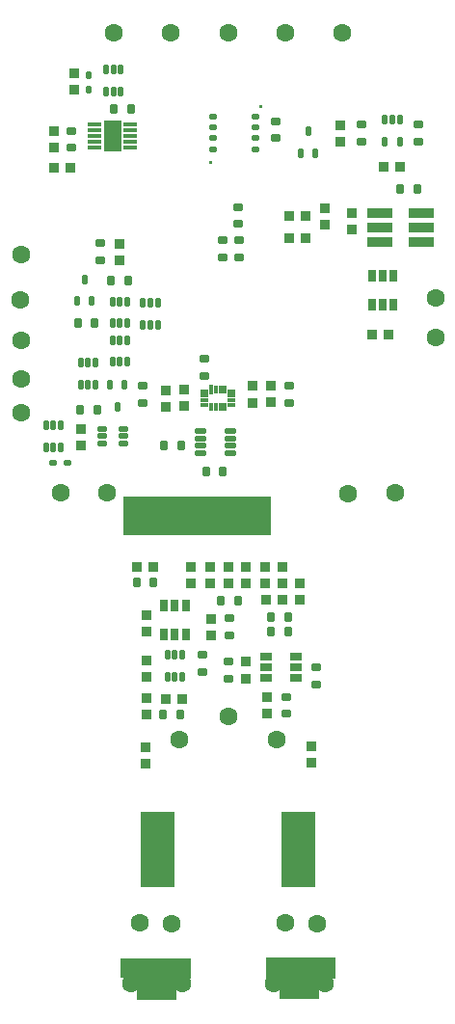
<source format=gbs>
G04 Layer_Color=16711935*
%FSTAX43Y43*%
%MOMM*%
G71*
G01*
G75*
G04:AMPARAMS|DCode=50|XSize=0.85mm|YSize=0.7mm|CornerRadius=0.2mm|HoleSize=0mm|Usage=FLASHONLY|Rotation=90.000|XOffset=0mm|YOffset=0mm|HoleType=Round|Shape=RoundedRectangle|*
%AMROUNDEDRECTD50*
21,1,0.850,0.300,0,0,90.0*
21,1,0.450,0.700,0,0,90.0*
1,1,0.400,0.150,0.225*
1,1,0.400,0.150,-0.225*
1,1,0.400,-0.150,-0.225*
1,1,0.400,-0.150,0.225*
%
%ADD50ROUNDEDRECTD50*%
%ADD52R,0.900X0.950*%
%ADD53R,0.950X0.900*%
G04:AMPARAMS|DCode=54|XSize=0.5mm|YSize=0.85mm|CornerRadius=0.15mm|HoleSize=0mm|Usage=FLASHONLY|Rotation=270.000|XOffset=0mm|YOffset=0mm|HoleType=Round|Shape=RoundedRectangle|*
%AMROUNDEDRECTD54*
21,1,0.500,0.550,0,0,270.0*
21,1,0.200,0.850,0,0,270.0*
1,1,0.300,-0.275,-0.100*
1,1,0.300,-0.275,0.100*
1,1,0.300,0.275,0.100*
1,1,0.300,0.275,-0.100*
%
%ADD54ROUNDEDRECTD54*%
G04:AMPARAMS|DCode=55|XSize=0.5mm|YSize=0.85mm|CornerRadius=0.15mm|HoleSize=0mm|Usage=FLASHONLY|Rotation=180.000|XOffset=0mm|YOffset=0mm|HoleType=Round|Shape=RoundedRectangle|*
%AMROUNDEDRECTD55*
21,1,0.500,0.550,0,0,180.0*
21,1,0.200,0.850,0,0,180.0*
1,1,0.300,-0.100,0.275*
1,1,0.300,0.100,0.275*
1,1,0.300,0.100,-0.275*
1,1,0.300,-0.100,-0.275*
%
%ADD55ROUNDEDRECTD55*%
G04:AMPARAMS|DCode=56|XSize=0.85mm|YSize=0.7mm|CornerRadius=0.2mm|HoleSize=0mm|Usage=FLASHONLY|Rotation=0.000|XOffset=0mm|YOffset=0mm|HoleType=Round|Shape=RoundedRectangle|*
%AMROUNDEDRECTD56*
21,1,0.850,0.300,0,0,0.0*
21,1,0.450,0.700,0,0,0.0*
1,1,0.400,0.225,-0.150*
1,1,0.400,-0.225,-0.150*
1,1,0.400,-0.225,0.150*
1,1,0.400,0.225,0.150*
%
%ADD56ROUNDEDRECTD56*%
G04:AMPARAMS|DCode=59|XSize=0.7mm|YSize=1.1mm|CornerRadius=0.2mm|HoleSize=0mm|Usage=FLASHONLY|Rotation=180.000|XOffset=0mm|YOffset=0mm|HoleType=Round|Shape=RoundedRectangle|*
%AMROUNDEDRECTD59*
21,1,0.700,0.700,0,0,180.0*
21,1,0.300,1.100,0,0,180.0*
1,1,0.400,-0.150,0.350*
1,1,0.400,0.150,0.350*
1,1,0.400,0.150,-0.350*
1,1,0.400,-0.150,-0.350*
%
%ADD59ROUNDEDRECTD59*%
%ADD71C,1.600*%
%ADD72R,2.250X0.900*%
G04:AMPARAMS|DCode=73|XSize=0.7mm|YSize=0.55mm|CornerRadius=0.163mm|HoleSize=0mm|Usage=FLASHONLY|Rotation=0.000|XOffset=0mm|YOffset=0mm|HoleType=Round|Shape=RoundedRectangle|*
%AMROUNDEDRECTD73*
21,1,0.700,0.225,0,0,0.0*
21,1,0.375,0.550,0,0,0.0*
1,1,0.325,0.188,-0.113*
1,1,0.325,-0.188,-0.113*
1,1,0.325,-0.188,0.113*
1,1,0.325,0.188,0.113*
%
%ADD73ROUNDEDRECTD73*%
G04:AMPARAMS|DCode=74|XSize=0.55mm|YSize=0.7mm|CornerRadius=0.163mm|HoleSize=0mm|Usage=FLASHONLY|Rotation=270.000|XOffset=0mm|YOffset=0mm|HoleType=Round|Shape=RoundedRectangle|*
%AMROUNDEDRECTD74*
21,1,0.550,0.375,0,0,270.0*
21,1,0.225,0.700,0,0,270.0*
1,1,0.325,-0.188,-0.113*
1,1,0.325,-0.188,0.113*
1,1,0.325,0.188,0.113*
1,1,0.325,0.188,-0.113*
%
%ADD74ROUNDEDRECTD74*%
%ADD75R,0.300X0.750*%
%ADD76R,0.300X0.850*%
%ADD77R,0.750X0.300*%
G04:AMPARAMS|DCode=78|XSize=0.5mm|YSize=1.1mm|CornerRadius=0.15mm|HoleSize=0mm|Usage=FLASHONLY|Rotation=270.000|XOffset=0mm|YOffset=0mm|HoleType=Round|Shape=RoundedRectangle|*
%AMROUNDEDRECTD78*
21,1,0.500,0.800,0,0,270.0*
21,1,0.200,1.100,0,0,270.0*
1,1,0.300,-0.400,-0.100*
1,1,0.300,-0.400,0.100*
1,1,0.300,0.400,0.100*
1,1,0.300,0.400,-0.100*
%
%ADD78ROUNDEDRECTD78*%
G04:AMPARAMS|DCode=79|XSize=0.7mm|YSize=1.1mm|CornerRadius=0.2mm|HoleSize=0mm|Usage=FLASHONLY|Rotation=90.000|XOffset=0mm|YOffset=0mm|HoleType=Round|Shape=RoundedRectangle|*
%AMROUNDEDRECTD79*
21,1,0.700,0.700,0,0,90.0*
21,1,0.300,1.100,0,0,90.0*
1,1,0.400,0.350,0.150*
1,1,0.400,0.350,-0.150*
1,1,0.400,-0.350,-0.150*
1,1,0.400,-0.350,0.150*
%
%ADD79ROUNDEDRECTD79*%
%ADD80R,1.150X0.350*%
%ADD81R,1.600X2.700*%
G04:AMPARAMS|DCode=82|XSize=0.55mm|YSize=0.7mm|CornerRadius=0.163mm|HoleSize=0mm|Usage=FLASHONLY|Rotation=180.000|XOffset=0mm|YOffset=0mm|HoleType=Round|Shape=RoundedRectangle|*
%AMROUNDEDRECTD82*
21,1,0.550,0.375,0,0,180.0*
21,1,0.225,0.700,0,0,180.0*
1,1,0.325,-0.113,0.188*
1,1,0.325,0.113,0.188*
1,1,0.325,0.113,-0.188*
1,1,0.325,-0.113,-0.188*
%
%ADD82ROUNDEDRECTD82*%
G36*
X0099987Y0130294D02*
X0099737D01*
Y0130544D01*
X0099987D01*
Y0130294D01*
D02*
G37*
G36*
X0095587Y0125394D02*
X0095337D01*
Y0125644D01*
X0095587D01*
Y0125394D01*
D02*
G37*
G36*
X0100687Y0096169D02*
X0100687Y0092844D01*
X0087737Y0092844D01*
Y0096169D01*
X0100687Y0096169D01*
D02*
G37*
G36*
X0104637Y0068455D02*
X0104637Y0063194D01*
Y0061894D01*
X0101687D01*
Y0068494D01*
X0104662D01*
X0104637Y0068455D01*
D02*
G37*
G36*
X0092262Y0061894D02*
X0089262D01*
Y0068494D01*
X0092262D01*
Y0061894D01*
D02*
G37*
G36*
X0106437Y0053894D02*
X0104937D01*
Y0052119D01*
X0101487D01*
Y0053944D01*
X0100287D01*
Y0055694D01*
X0106437D01*
Y0053894D01*
D02*
G37*
G36*
X0093687D02*
X0092462Y0053894D01*
Y0052019D01*
X0088987D01*
Y0053919D01*
X0087512D01*
Y0055669D01*
X0093687D01*
Y0053894D01*
D02*
G37*
D50*
X0112062Y0123194D02*
D03*
X0113562D02*
D03*
X0088187Y0115144D02*
D03*
X0086687D02*
D03*
X0083987Y0103844D02*
D03*
X0085487D02*
D03*
X0085262Y0111394D02*
D03*
X0083762D02*
D03*
X0091312Y0100644D02*
D03*
X0092812D02*
D03*
X0096512Y0098369D02*
D03*
X0095012D02*
D03*
X0100762Y0085644D02*
D03*
X0102262D02*
D03*
X0100762Y0084319D02*
D03*
X0102262D02*
D03*
X0097812Y0087044D02*
D03*
X0096312D02*
D03*
X0091262Y0077019D02*
D03*
X0092762D02*
D03*
X0088937Y0088619D02*
D03*
X0090437D02*
D03*
X0088412Y0130244D02*
D03*
X0086912D02*
D03*
D52*
X0107862Y0121069D02*
D03*
Y0119619D02*
D03*
X0105462Y0120094D02*
D03*
Y0121544D02*
D03*
X0106787Y0127369D02*
D03*
Y0128819D02*
D03*
X0087462Y0116919D02*
D03*
Y0118369D02*
D03*
X0084037Y0100694D02*
D03*
Y0102144D02*
D03*
X0093137Y0104119D02*
D03*
Y0105569D02*
D03*
X0091512Y0104094D02*
D03*
Y0105544D02*
D03*
X0099087Y0104444D02*
D03*
Y0105894D02*
D03*
X0100737Y0105944D02*
D03*
Y0104494D02*
D03*
X0104312Y0072794D02*
D03*
Y0074244D02*
D03*
X0089737Y0072719D02*
D03*
Y0074169D02*
D03*
X0103262Y0087144D02*
D03*
Y0088594D02*
D03*
X0098512Y0080219D02*
D03*
Y0081669D02*
D03*
X0100237Y0090044D02*
D03*
Y0088594D02*
D03*
X0101762D02*
D03*
Y0090044D02*
D03*
X0100362Y0078569D02*
D03*
Y0077119D02*
D03*
X0095487Y0085469D02*
D03*
Y0084019D02*
D03*
X0089762Y0085744D02*
D03*
Y0084294D02*
D03*
Y0078469D02*
D03*
Y0077019D02*
D03*
X0095362Y0090044D02*
D03*
Y0088594D02*
D03*
X0096962Y0090044D02*
D03*
Y0088594D02*
D03*
X0089762Y0081819D02*
D03*
Y0080369D02*
D03*
X0093737Y0088594D02*
D03*
Y0090044D02*
D03*
X0098562Y0088594D02*
D03*
Y0090044D02*
D03*
X0083412Y0133344D02*
D03*
Y0131894D02*
D03*
X0081637Y0126844D02*
D03*
Y0128294D02*
D03*
D53*
X0111037Y0110394D02*
D03*
X0109587D02*
D03*
X0112062Y0125119D02*
D03*
X0110612D02*
D03*
X0103812Y0120819D02*
D03*
X0102362D02*
D03*
X0103762Y0118869D02*
D03*
X0102312D02*
D03*
X0101737Y0087144D02*
D03*
X0100287D02*
D03*
X0091487Y0078444D02*
D03*
X0092937D02*
D03*
X0088987Y0090044D02*
D03*
X0090437D02*
D03*
X0083087Y0125019D02*
D03*
X0081637D02*
D03*
D54*
X0087787Y0102144D02*
D03*
Y0101494D02*
D03*
Y0100844D02*
D03*
X0085887D02*
D03*
Y0101494D02*
D03*
Y0102144D02*
D03*
D55*
X0104637Y0126369D02*
D03*
X0103337D02*
D03*
X0103987Y0128269D02*
D03*
X0110737Y0129269D02*
D03*
X0111387D02*
D03*
X0112037D02*
D03*
Y0127369D02*
D03*
X0110737D02*
D03*
X0090787Y0111269D02*
D03*
X0090137D02*
D03*
X0089487D02*
D03*
Y0113169D02*
D03*
X0090137D02*
D03*
X0090787D02*
D03*
X0088112Y0111419D02*
D03*
X0087462D02*
D03*
X0086812D02*
D03*
Y0113319D02*
D03*
X0087462D02*
D03*
X0088112D02*
D03*
X0084012Y0107919D02*
D03*
X0084662D02*
D03*
X0085312D02*
D03*
Y0106019D02*
D03*
X0084662D02*
D03*
X0084012D02*
D03*
X0086587Y0105969D02*
D03*
X0087887D02*
D03*
X0087237Y0104069D02*
D03*
X0085012Y0113344D02*
D03*
X0083712D02*
D03*
X0084362Y0115244D02*
D03*
X0086812Y0109919D02*
D03*
X0087462D02*
D03*
X0088112D02*
D03*
Y0108019D02*
D03*
X0087462D02*
D03*
X0086812D02*
D03*
X0082262Y0100544D02*
D03*
X0081612D02*
D03*
X0080962D02*
D03*
Y0102444D02*
D03*
X0081612D02*
D03*
X0082262D02*
D03*
X0092937Y0082269D02*
D03*
X0092287D02*
D03*
X0091637D02*
D03*
Y0080369D02*
D03*
X0092287D02*
D03*
X0092937D02*
D03*
X0087537Y0131769D02*
D03*
X0086887D02*
D03*
X0086237D02*
D03*
Y0133669D02*
D03*
X0086887D02*
D03*
X0087537D02*
D03*
D56*
X0101187Y0127644D02*
D03*
Y0129144D02*
D03*
X0108662Y0128869D02*
D03*
Y0127369D02*
D03*
X0113687Y0128869D02*
D03*
Y0127369D02*
D03*
X0089462Y0105944D02*
D03*
Y0104444D02*
D03*
X0085762Y0118419D02*
D03*
Y0116919D02*
D03*
X0096512Y0117219D02*
D03*
Y0118719D02*
D03*
X0097887Y0121619D02*
D03*
Y0120119D02*
D03*
X0097912Y0117219D02*
D03*
Y0118719D02*
D03*
X0102337Y0105944D02*
D03*
Y0104444D02*
D03*
X0094912Y0106769D02*
D03*
Y0108269D02*
D03*
X0104687Y0079719D02*
D03*
Y0081219D02*
D03*
X0097012Y0080169D02*
D03*
Y0081669D02*
D03*
X0102062Y0077119D02*
D03*
Y0078619D02*
D03*
X0094737Y0082269D02*
D03*
Y0080769D02*
D03*
X0097112Y0085519D02*
D03*
Y0084019D02*
D03*
X0083187Y0126819D02*
D03*
Y0128319D02*
D03*
D59*
X0111487Y0113019D02*
D03*
X0110537D02*
D03*
X0109587D02*
D03*
Y0115619D02*
D03*
X0110537D02*
D03*
X0111487D02*
D03*
X0091337Y0086644D02*
D03*
X0092287D02*
D03*
X0093237D02*
D03*
Y0084044D02*
D03*
X0092287D02*
D03*
X0091337D02*
D03*
D71*
X0096962Y0136894D02*
D03*
X0089187Y0058744D02*
D03*
X0107537Y0096444D02*
D03*
X0082262Y0096544D02*
D03*
X0104762Y0058694D02*
D03*
X0078687Y0113419D02*
D03*
X0078762Y0109894D02*
D03*
X0078762Y0106544D02*
D03*
X0115162Y0113644D02*
D03*
Y0110119D02*
D03*
X0078762Y0117419D02*
D03*
X0111662Y0096494D02*
D03*
X0078762Y0103594D02*
D03*
X0096962Y0076894D02*
D03*
X0086312Y0096544D02*
D03*
X0088462Y0053394D02*
D03*
X0105462D02*
D03*
X0101962Y0136894D02*
D03*
X0106962D02*
D03*
X0091962D02*
D03*
X0086962D02*
D03*
X0092712Y0074894D02*
D03*
X0101212D02*
D03*
X0100962Y0053394D02*
D03*
X0092962D02*
D03*
X0092037Y0058719D02*
D03*
X0101987Y0058744D02*
D03*
D72*
X0113962Y0121064D02*
D03*
X0110312D02*
D03*
X0113962Y0119794D02*
D03*
X0110312D02*
D03*
X0113962Y0118524D02*
D03*
X0110312D02*
D03*
D73*
X0095637Y0126694D02*
D03*
Y0127644D02*
D03*
Y0128594D02*
D03*
Y0129544D02*
D03*
X0099337D02*
D03*
Y0128644D02*
D03*
Y0127644D02*
D03*
Y0126694D02*
D03*
D74*
X0081612Y0099144D02*
D03*
X0082887D02*
D03*
D75*
X0095887Y0105619D02*
D03*
X0096287D02*
D03*
X0096687D02*
D03*
X0095487Y0104069D02*
D03*
X0095887D02*
D03*
X0096287D02*
D03*
X0096687D02*
D03*
D76*
X0095487Y0105569D02*
D03*
D77*
X0097262Y0105444D02*
D03*
Y0105044D02*
D03*
Y0104644D02*
D03*
Y0104244D02*
D03*
X0094912D02*
D03*
Y0104644D02*
D03*
Y0105044D02*
D03*
Y0105444D02*
D03*
D78*
X0094537Y0099994D02*
D03*
Y0100644D02*
D03*
Y0101294D02*
D03*
X0097137Y0099994D02*
D03*
Y0101944D02*
D03*
Y0101294D02*
D03*
X0094537Y0101944D02*
D03*
X0097137Y0100644D02*
D03*
D79*
X0102937Y0082169D02*
D03*
Y0081219D02*
D03*
Y0080269D02*
D03*
X0100337D02*
D03*
Y0081219D02*
D03*
Y0082169D02*
D03*
D80*
X0088387Y0128844D02*
D03*
Y0128344D02*
D03*
Y0127344D02*
D03*
Y0127844D02*
D03*
Y0126844D02*
D03*
X0085237D02*
D03*
Y0127844D02*
D03*
Y0127344D02*
D03*
Y0128344D02*
D03*
Y0128844D02*
D03*
D81*
X0086812Y0127844D02*
D03*
D82*
X0084762Y0133169D02*
D03*
Y0131894D02*
D03*
M02*

</source>
